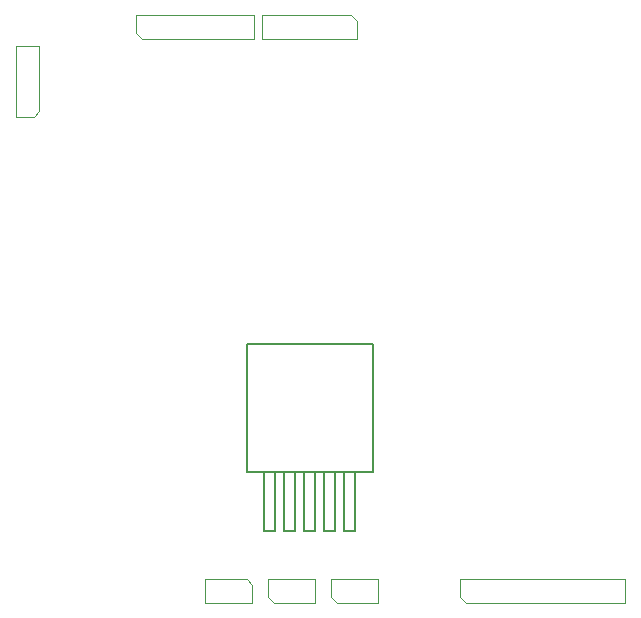
<source format=gbr>
G04 #@! TF.GenerationSoftware,KiCad,Pcbnew,5.0.0-rc3-unknown-3e22e5c~65~ubuntu16.04.1*
G04 #@! TF.CreationDate,2018-07-12T16:40:26-04:00*
G04 #@! TF.ProjectId,Phoenix_schema_ver3,50686F656E69785F736368656D615F76,rev?*
G04 #@! TF.SameCoordinates,Original*
G04 #@! TF.FileFunction,Other,Fab,Top*
%FSLAX46Y46*%
G04 Gerber Fmt 4.6, Leading zero omitted, Abs format (unit mm)*
G04 Created by KiCad (PCBNEW 5.0.0-rc3-unknown-3e22e5c~65~ubuntu16.04.1) date Thu Jul 12 16:40:26 2018*
%MOMM*%
%LPD*%
G01*
G04 APERTURE LIST*
%ADD10C,0.100000*%
%ADD11C,0.152400*%
%ADD12C,0.150000*%
G04 APERTURE END LIST*
D10*
G04 #@! TO.C,J9\002CJ15*
X141232000Y-120888000D02*
X140732000Y-120388000D01*
X154732000Y-120888000D02*
X141232000Y-120888000D01*
X154732000Y-118888000D02*
X154732000Y-120888000D01*
X140732000Y-118888000D02*
X154732000Y-118888000D01*
X140732000Y-120388000D02*
X140732000Y-118888000D01*
G04 #@! TO.C,To ESCs*
X113300000Y-72636000D02*
X113300000Y-71136000D01*
X113300000Y-71136000D02*
X123300000Y-71136000D01*
X123300000Y-71136000D02*
X123300000Y-73136000D01*
X123300000Y-73136000D02*
X113800000Y-73136000D01*
X113800000Y-73136000D02*
X113300000Y-72636000D01*
G04 #@! TO.C,J16*
X132000000Y-71636000D02*
X132000000Y-73136000D01*
X132000000Y-73136000D02*
X124000000Y-73136000D01*
X124000000Y-73136000D02*
X124000000Y-71136000D01*
X124000000Y-71136000D02*
X131500000Y-71136000D01*
X131500000Y-71136000D02*
X132000000Y-71636000D01*
G04 #@! TO.C,J3*
X123174000Y-119388000D02*
X123174000Y-120888000D01*
X123174000Y-120888000D02*
X119174000Y-120888000D01*
X119174000Y-120888000D02*
X119174000Y-118888000D01*
X119174000Y-118888000D02*
X122674000Y-118888000D01*
X122674000Y-118888000D02*
X123174000Y-119388000D01*
G04 #@! TO.C,J4*
X124476000Y-120388000D02*
X124476000Y-118888000D01*
X124476000Y-118888000D02*
X128476000Y-118888000D01*
X128476000Y-118888000D02*
X128476000Y-120888000D01*
X128476000Y-120888000D02*
X124976000Y-120888000D01*
X124976000Y-120888000D02*
X124476000Y-120388000D01*
G04 #@! TO.C,J5*
X129810000Y-120388000D02*
X129810000Y-118888000D01*
X129810000Y-118888000D02*
X133810000Y-118888000D01*
X133810000Y-118888000D02*
X133810000Y-120888000D01*
X133810000Y-120888000D02*
X130310000Y-120888000D01*
X130310000Y-120888000D02*
X129810000Y-120388000D01*
D11*
G04 #@! TO.C,*
X125069600Y-109816900D02*
X124155200Y-109816900D01*
X124155200Y-109816900D02*
X124155200Y-114846100D01*
X124155200Y-114846100D02*
X125069600Y-114846100D01*
X125069600Y-114846100D02*
X125069600Y-109816900D01*
X126771400Y-109816900D02*
X125857000Y-109816900D01*
X125857000Y-109816900D02*
X125857000Y-114846100D01*
X125857000Y-114846100D02*
X126771400Y-114846100D01*
X126771400Y-114846100D02*
X126771400Y-109816900D01*
X128473200Y-109816900D02*
X127558800Y-109816900D01*
X127558800Y-109816900D02*
X127558800Y-114846100D01*
X127558800Y-114846100D02*
X128473200Y-114846100D01*
X128473200Y-114846100D02*
X128473200Y-109816900D01*
X130175000Y-109816900D02*
X129260600Y-109816900D01*
X129260600Y-109816900D02*
X129260600Y-114846100D01*
X129260600Y-114846100D02*
X130175000Y-114846100D01*
X130175000Y-114846100D02*
X130175000Y-109816900D01*
X131876800Y-109816900D02*
X130962400Y-109816900D01*
X130962400Y-109816900D02*
X130962400Y-114846100D01*
X130962400Y-114846100D02*
X131876800Y-114846100D01*
X131876800Y-114846100D02*
X131876800Y-109816900D01*
X122682000Y-109816900D02*
X133350000Y-109816900D01*
X133350000Y-109816900D02*
X133350000Y-98971100D01*
X133350000Y-98971100D02*
X122682000Y-98971100D01*
X122682000Y-98971100D02*
X122682000Y-109816900D01*
D10*
X104640000Y-79740000D02*
X103140000Y-79740000D01*
X103140000Y-79740000D02*
X103140000Y-73740000D01*
X103140000Y-73740000D02*
X105140000Y-73740000D01*
X105140000Y-73740000D02*
X105140000Y-79240000D01*
X105140000Y-79240000D02*
X104640000Y-79740000D01*
G04 #@! TD*
G04 #@! TO.C,To ESCs*
D12*
G04 #@! TO.C,*
G04 #@! TD*
M02*

</source>
